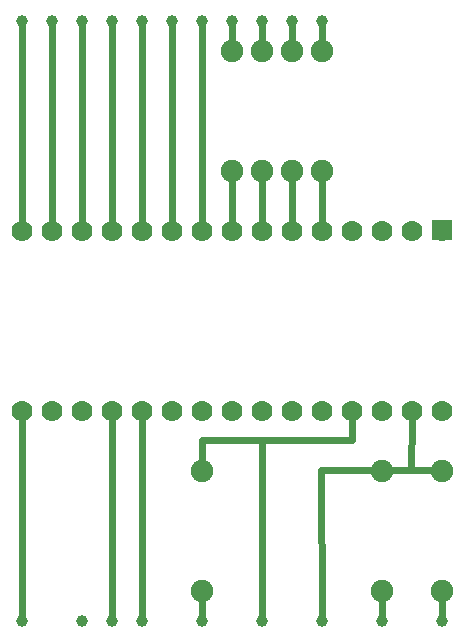
<source format=gtl>
G04 MADE WITH FRITZING*
G04 WWW.FRITZING.ORG*
G04 DOUBLE SIDED*
G04 HOLES PLATED*
G04 CONTOUR ON CENTER OF CONTOUR VECTOR*
%ASAXBY*%
%FSLAX23Y23*%
%MOIN*%
%OFA0B0*%
%SFA1.0B1.0*%
%ADD10C,0.070000*%
%ADD11C,0.075000*%
%ADD12C,0.039370*%
%ADD13R,0.070000X0.069972*%
%ADD14C,0.024000*%
%LNCOPPER1*%
G90*
G70*
G54D10*
X1616Y1346D03*
X1516Y1346D03*
X1416Y1346D03*
X1316Y1346D03*
X1216Y1346D03*
X1116Y1346D03*
X1016Y1346D03*
X916Y1346D03*
X816Y1346D03*
X716Y1346D03*
X616Y1346D03*
X516Y1346D03*
X416Y1346D03*
X316Y1346D03*
X216Y1346D03*
X1616Y746D03*
X1516Y746D03*
X1416Y746D03*
X1316Y746D03*
X1216Y746D03*
X1116Y746D03*
X1016Y746D03*
X916Y746D03*
X816Y746D03*
X716Y746D03*
X616Y746D03*
X516Y746D03*
X416Y746D03*
X316Y746D03*
X216Y746D03*
G54D11*
X1216Y1946D03*
X1216Y1546D03*
X1116Y1946D03*
X1116Y1546D03*
X1016Y1946D03*
X1016Y1546D03*
X916Y1946D03*
X916Y1546D03*
G54D12*
X1216Y2046D03*
X1116Y2046D03*
X1016Y2046D03*
X916Y2046D03*
X216Y46D03*
X616Y46D03*
X216Y2046D03*
X316Y2046D03*
X416Y2046D03*
X516Y2046D03*
X616Y2046D03*
X716Y2046D03*
X816Y2046D03*
X516Y46D03*
G54D11*
X816Y546D03*
X816Y146D03*
G54D12*
X416Y46D03*
X816Y46D03*
X1016Y46D03*
X1216Y46D03*
X1416Y46D03*
X1616Y46D03*
G54D11*
X1616Y546D03*
X1616Y146D03*
X1416Y546D03*
X1416Y146D03*
G54D13*
X1616Y1347D03*
G54D14*
X1216Y1518D02*
X1216Y1376D01*
D02*
X1116Y1518D02*
X1116Y1376D01*
D02*
X1016Y1518D02*
X1016Y1376D01*
D02*
X916Y1518D02*
X916Y1376D01*
D02*
X916Y2028D02*
X916Y1975D01*
D02*
X1016Y2028D02*
X1016Y1975D01*
D02*
X1116Y2028D02*
X1116Y1975D01*
D02*
X1216Y2028D02*
X1216Y1975D01*
D02*
X616Y65D02*
X616Y717D01*
D02*
X216Y65D02*
X216Y717D01*
D02*
X216Y2028D02*
X216Y1376D01*
D02*
X316Y2028D02*
X316Y1376D01*
D02*
X416Y2028D02*
X416Y1376D01*
D02*
X516Y2028D02*
X516Y1376D01*
D02*
X616Y2028D02*
X616Y1376D01*
D02*
X716Y2028D02*
X716Y1376D01*
D02*
X816Y2028D02*
X816Y1376D01*
D02*
X516Y65D02*
X516Y717D01*
D02*
X1017Y647D02*
X1317Y647D01*
D02*
X1017Y548D02*
X1017Y647D01*
D02*
X1317Y647D02*
X1317Y717D01*
D02*
X1016Y65D02*
X1017Y548D01*
D02*
X816Y647D02*
X1017Y647D01*
D02*
X1017Y647D02*
X1317Y647D01*
D02*
X1317Y647D02*
X1317Y717D01*
D02*
X816Y548D02*
X816Y647D01*
D02*
X813Y575D02*
X816Y548D01*
D02*
X816Y65D02*
X816Y118D01*
D02*
X1515Y548D02*
X1516Y717D01*
D02*
X1588Y547D02*
X1515Y548D01*
D02*
X1515Y548D02*
X1516Y717D01*
D02*
X1445Y547D02*
X1515Y548D01*
D02*
X1215Y548D02*
X1515Y548D01*
D02*
X1515Y548D02*
X1516Y717D01*
D02*
X1216Y65D02*
X1215Y548D01*
D02*
X1416Y65D02*
X1416Y118D01*
D02*
X1616Y65D02*
X1616Y118D01*
G04 End of Copper1*
M02*
</source>
